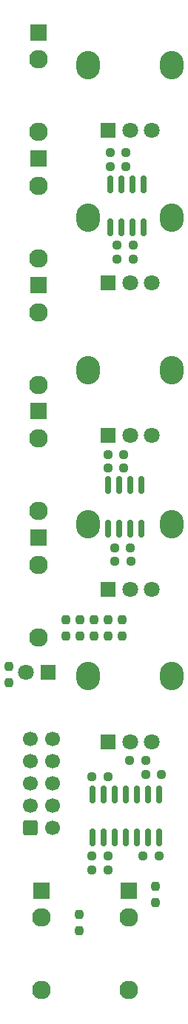
<source format=gbr>
%TF.GenerationSoftware,KiCad,Pcbnew,6.0.11+dfsg-1~bpo11+1*%
%TF.CreationDate,2023-11-22T17:04:06+08:00*%
%TF.ProjectId,MiniAttenuMix - Main,4d696e69-4174-4746-956e-754d6978202d,v0.2*%
%TF.SameCoordinates,Original*%
%TF.FileFunction,Soldermask,Bot*%
%TF.FilePolarity,Negative*%
%FSLAX46Y46*%
G04 Gerber Fmt 4.6, Leading zero omitted, Abs format (unit mm)*
G04 Created by KiCad (PCBNEW 6.0.11+dfsg-1~bpo11+1) date 2023-11-22 17:04:06*
%MOMM*%
%LPD*%
G01*
G04 APERTURE LIST*
G04 Aperture macros list*
%AMRoundRect*
0 Rectangle with rounded corners*
0 $1 Rounding radius*
0 $2 $3 $4 $5 $6 $7 $8 $9 X,Y pos of 4 corners*
0 Add a 4 corners polygon primitive as box body*
4,1,4,$2,$3,$4,$5,$6,$7,$8,$9,$2,$3,0*
0 Add four circle primitives for the rounded corners*
1,1,$1+$1,$2,$3*
1,1,$1+$1,$4,$5*
1,1,$1+$1,$6,$7*
1,1,$1+$1,$8,$9*
0 Add four rect primitives between the rounded corners*
20,1,$1+$1,$2,$3,$4,$5,0*
20,1,$1+$1,$4,$5,$6,$7,0*
20,1,$1+$1,$6,$7,$8,$9,0*
20,1,$1+$1,$8,$9,$2,$3,0*%
G04 Aperture macros list end*
%ADD10O,2.720000X3.240000*%
%ADD11R,1.800000X1.800000*%
%ADD12C,1.800000*%
%ADD13R,1.930000X1.830000*%
%ADD14C,2.130000*%
%ADD15RoundRect,0.237500X0.250000X0.237500X-0.250000X0.237500X-0.250000X-0.237500X0.250000X-0.237500X0*%
%ADD16RoundRect,0.150000X-0.150000X0.825000X-0.150000X-0.825000X0.150000X-0.825000X0.150000X0.825000X0*%
%ADD17RoundRect,0.237500X-0.250000X-0.237500X0.250000X-0.237500X0.250000X0.237500X-0.250000X0.237500X0*%
%ADD18RoundRect,0.237500X-0.237500X0.250000X-0.237500X-0.250000X0.237500X-0.250000X0.237500X0.250000X0*%
%ADD19RoundRect,0.250000X-0.600000X-0.600000X0.600000X-0.600000X0.600000X0.600000X-0.600000X0.600000X0*%
%ADD20C,1.700000*%
G04 APERTURE END LIST*
D10*
%TO.C,RV4*%
X159900000Y-95625000D03*
X150300000Y-95625000D03*
D11*
X152600000Y-103125000D03*
D12*
X155100000Y-103125000D03*
X157600000Y-103125000D03*
%TD*%
D13*
%TO.C,OUT_INV1*%
X155000000Y-137550000D03*
D14*
X155000000Y-148950000D03*
X155000000Y-140650000D03*
%TD*%
D11*
%TO.C,D1*%
X145775000Y-112600000D03*
D12*
X143235000Y-112600000D03*
%TD*%
D13*
%TO.C,IN2*%
X144600000Y-53870000D03*
D14*
X144600000Y-65270000D03*
X144600000Y-56970000D03*
%TD*%
D10*
%TO.C,RV1*%
X159900000Y-43125000D03*
X150300000Y-43125000D03*
D11*
X152600000Y-50625000D03*
D12*
X155100000Y-50625000D03*
X157600000Y-50625000D03*
%TD*%
D10*
%TO.C,RV3*%
X159900000Y-78025000D03*
X150300000Y-78025000D03*
D11*
X152600000Y-85525000D03*
D12*
X155100000Y-85525000D03*
X157600000Y-85525000D03*
%TD*%
D10*
%TO.C,RV2*%
X159900000Y-60572800D03*
X150300000Y-60572800D03*
D11*
X152600000Y-68072800D03*
D12*
X155100000Y-68072800D03*
X157600000Y-68072800D03*
%TD*%
D13*
%TO.C,OUT1*%
X145000000Y-137550000D03*
D14*
X145000000Y-148950000D03*
X145000000Y-140650000D03*
%TD*%
D13*
%TO.C,IN3*%
X144600000Y-68300000D03*
D14*
X144600000Y-79700000D03*
X144600000Y-71400000D03*
%TD*%
D13*
%TO.C,IN4*%
X144600000Y-82720000D03*
D14*
X144600000Y-94120000D03*
X144600000Y-85820000D03*
%TD*%
D13*
%TO.C,IN1*%
X144600000Y-39420000D03*
D14*
X144600000Y-50820000D03*
X144600000Y-42520000D03*
%TD*%
D10*
%TO.C,RV5*%
X159900000Y-113025000D03*
X150300000Y-113025000D03*
D11*
X152600000Y-120525000D03*
D12*
X155100000Y-120525000D03*
X157600000Y-120525000D03*
%TD*%
D13*
%TO.C,IN5*%
X144600000Y-97170000D03*
D14*
X144600000Y-108570000D03*
X144600000Y-100270000D03*
%TD*%
D15*
%TO.C,R16*%
X152602500Y-124500000D03*
X150777500Y-124500000D03*
%TD*%
D16*
%TO.C,U1*%
X152890000Y-56774076D03*
X154160000Y-56774076D03*
X155430000Y-56774076D03*
X156700000Y-56774076D03*
X156700000Y-61724076D03*
X155430000Y-61724076D03*
X154160000Y-61724076D03*
X152890000Y-61724076D03*
%TD*%
D15*
%TO.C,R18*%
X152602500Y-133600000D03*
X150777500Y-133600000D03*
%TD*%
D17*
%TO.C,R1*%
X152832500Y-53149076D03*
X154657500Y-53149076D03*
%TD*%
D18*
%TO.C,R11*%
X149400000Y-106587500D03*
X149400000Y-108412500D03*
%TD*%
D15*
%TO.C,R9*%
X155172400Y-98327600D03*
X153347400Y-98327600D03*
%TD*%
D17*
%TO.C,R4*%
X153372400Y-99902600D03*
X155197400Y-99902600D03*
%TD*%
D19*
%TO.C,J1*%
X143697500Y-130330000D03*
D20*
X146237500Y-130330000D03*
X143697500Y-127790000D03*
X146237500Y-127790000D03*
X143697500Y-125250000D03*
X146237500Y-125250000D03*
X143697500Y-122710000D03*
X146237500Y-122710000D03*
X143697500Y-120170000D03*
X146237500Y-120170000D03*
%TD*%
D17*
%TO.C,R17*%
X150777500Y-135200000D03*
X152602500Y-135200000D03*
%TD*%
D15*
%TO.C,R22*%
X158412500Y-133600000D03*
X156587500Y-133600000D03*
%TD*%
%TO.C,R7*%
X155457500Y-63774076D03*
X153632500Y-63774076D03*
%TD*%
D18*
%TO.C,R13*%
X152600000Y-106587500D03*
X152600000Y-108412500D03*
%TD*%
D17*
%TO.C,R3*%
X152587500Y-87652600D03*
X154412500Y-87652600D03*
%TD*%
%TO.C,R10*%
X156877500Y-124300000D03*
X158702500Y-124300000D03*
%TD*%
D18*
%TO.C,R21*%
X149300000Y-140287500D03*
X149300000Y-142112500D03*
%TD*%
D15*
%TO.C,R6*%
X154657500Y-54749076D03*
X152832500Y-54749076D03*
%TD*%
D18*
%TO.C,R12*%
X151000000Y-106587500D03*
X151000000Y-108412500D03*
%TD*%
D15*
%TO.C,R8*%
X154382400Y-89177600D03*
X152557400Y-89177600D03*
%TD*%
D18*
%TO.C,R14*%
X154200000Y-106587500D03*
X154200000Y-108412500D03*
%TD*%
%TO.C,R19*%
X141225000Y-111937500D03*
X141225000Y-113762500D03*
%TD*%
D16*
%TO.C,U2*%
X152614900Y-91202600D03*
X153884900Y-91202600D03*
X155154900Y-91202600D03*
X156424900Y-91202600D03*
X156424900Y-96152600D03*
X155154900Y-96152600D03*
X153884900Y-96152600D03*
X152614900Y-96152600D03*
%TD*%
D18*
%TO.C,R20*%
X158000000Y-137087500D03*
X158000000Y-138912500D03*
%TD*%
D16*
%TO.C,U3*%
X150780000Y-126550000D03*
X152050000Y-126550000D03*
X153320000Y-126550000D03*
X154590000Y-126550000D03*
X155860000Y-126550000D03*
X157130000Y-126550000D03*
X158400000Y-126550000D03*
X158400000Y-131500000D03*
X157130000Y-131500000D03*
X155860000Y-131500000D03*
X154590000Y-131500000D03*
X153320000Y-131500000D03*
X152050000Y-131500000D03*
X150780000Y-131500000D03*
%TD*%
D18*
%TO.C,R15*%
X147800000Y-106587500D03*
X147800000Y-108412500D03*
%TD*%
D17*
%TO.C,R2*%
X153632500Y-65349076D03*
X155457500Y-65349076D03*
%TD*%
%TO.C,R5*%
X155087500Y-122700000D03*
X156912500Y-122700000D03*
%TD*%
M02*

</source>
